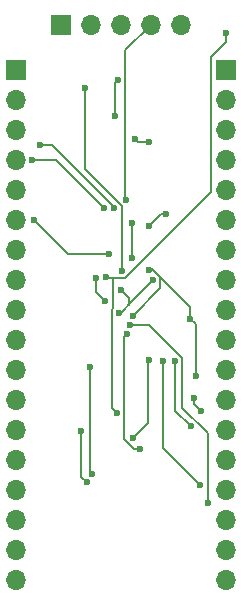
<source format=gbr>
%TF.GenerationSoftware,KiCad,Pcbnew,8.0.2*%
%TF.CreationDate,2024-07-28T15:43:25-06:00*%
%TF.ProjectId,stm32_devboard,73746d33-325f-4646-9576-626f6172642e,rev?*%
%TF.SameCoordinates,Original*%
%TF.FileFunction,Copper,L2,Bot*%
%TF.FilePolarity,Positive*%
%FSLAX46Y46*%
G04 Gerber Fmt 4.6, Leading zero omitted, Abs format (unit mm)*
G04 Created by KiCad (PCBNEW 8.0.2) date 2024-07-28 15:43:25*
%MOMM*%
%LPD*%
G01*
G04 APERTURE LIST*
%TA.AperFunction,ComponentPad*%
%ADD10R,1.700000X1.700000*%
%TD*%
%TA.AperFunction,ComponentPad*%
%ADD11O,1.700000X1.700000*%
%TD*%
%TA.AperFunction,ViaPad*%
%ADD12C,0.600000*%
%TD*%
%TA.AperFunction,Conductor*%
%ADD13C,0.200000*%
%TD*%
G04 APERTURE END LIST*
D10*
%TO.P,Prog1,1,Pin_1*%
%TO.N,GND*%
X135890000Y-73660000D03*
D11*
%TO.P,Prog1,2,Pin_2*%
%TO.N,VPP*%
X138430000Y-73660000D03*
%TO.P,Prog1,3,Pin_3*%
%TO.N,/SWCLK*%
X140970000Y-73660000D03*
%TO.P,Prog1,4,Pin_4*%
%TO.N,/SWDIO*%
X143510000Y-73660000D03*
%TO.P,Prog1,5,Pin_5*%
%TO.N,/NRST*%
X146050000Y-73660000D03*
%TD*%
D10*
%TO.P,GPIO1,1,Pin_1*%
%TO.N,VPP*%
X149860000Y-77470000D03*
D11*
%TO.P,GPIO1,2,Pin_2*%
%TO.N,/PB9*%
X149860000Y-80010000D03*
%TO.P,GPIO1,3,Pin_3*%
%TO.N,/PB8*%
X149860000Y-82550000D03*
%TO.P,GPIO1,4,Pin_4*%
%TO.N,/PB7*%
X149860000Y-85090000D03*
%TO.P,GPIO1,5,Pin_5*%
%TO.N,/PB6*%
X149860000Y-87630000D03*
%TO.P,GPIO1,6,Pin_6*%
%TO.N,/PB5*%
X149860000Y-90170000D03*
%TO.P,GPIO1,7,Pin_7*%
%TO.N,/PB4*%
X149860000Y-92710000D03*
%TO.P,GPIO1,8,Pin_8*%
%TO.N,/PB3*%
X149860000Y-95250000D03*
%TO.P,GPIO1,9,Pin_9*%
%TO.N,/PA15*%
X149860000Y-97790000D03*
%TO.P,GPIO1,10,Pin_10*%
%TO.N,/PA12*%
X149860000Y-100330000D03*
%TO.P,GPIO1,11,Pin_11*%
%TO.N,/PA11*%
X149860000Y-102870000D03*
%TO.P,GPIO1,12,Pin_12*%
%TO.N,/USER_BTN*%
X149860000Y-105410000D03*
%TO.P,GPIO1,13,Pin_13*%
%TO.N,/USER_LED*%
X149860000Y-107950000D03*
%TO.P,GPIO1,14,Pin_14*%
%TO.N,/PA8*%
X149860000Y-110490000D03*
%TO.P,GPIO1,15,Pin_15*%
%TO.N,/PB15*%
X149860000Y-113030000D03*
%TO.P,GPIO1,16,Pin_16*%
%TO.N,/PB14*%
X149860000Y-115570000D03*
%TO.P,GPIO1,17,Pin_17*%
%TO.N,/PB13*%
X149860000Y-118110000D03*
%TO.P,GPIO1,18,Pin_18*%
%TO.N,/PB12*%
X149860000Y-120650000D03*
%TD*%
D10*
%TO.P,GPIO2,1,Pin_1*%
%TO.N,GND*%
X132080000Y-77470000D03*
D11*
%TO.P,GPIO2,2,Pin_2*%
%TO.N,+3.3V*%
X132080000Y-80010000D03*
%TO.P,GPIO2,3,Pin_3*%
%TO.N,/PC13*%
X132080000Y-82550000D03*
%TO.P,GPIO2,4,Pin_4*%
%TO.N,/PC14*%
X132080000Y-85090000D03*
%TO.P,GPIO2,5,Pin_5*%
%TO.N,/PC15*%
X132080000Y-87630000D03*
%TO.P,GPIO2,6,Pin_6*%
%TO.N,/PA0*%
X132080000Y-90170000D03*
%TO.P,GPIO2,7,Pin_7*%
%TO.N,/PA1*%
X132080000Y-92710000D03*
%TO.P,GPIO2,8,Pin_8*%
%TO.N,/PA2*%
X132080000Y-95250000D03*
%TO.P,GPIO2,9,Pin_9*%
%TO.N,/PA3*%
X132080000Y-97790000D03*
%TO.P,GPIO2,10,Pin_10*%
%TO.N,/PA4*%
X132080000Y-100330000D03*
%TO.P,GPIO2,11,Pin_11*%
%TO.N,/PA5*%
X132080000Y-102870000D03*
%TO.P,GPIO2,12,Pin_12*%
%TO.N,/PA6*%
X132080000Y-105410000D03*
%TO.P,GPIO2,13,Pin_13*%
%TO.N,/PA7*%
X132080000Y-107950000D03*
%TO.P,GPIO2,14,Pin_14*%
%TO.N,/PB0*%
X132080000Y-110490000D03*
%TO.P,GPIO2,15,Pin_15*%
%TO.N,/PB1*%
X132080000Y-113030000D03*
%TO.P,GPIO2,16,Pin_16*%
%TO.N,/PB2*%
X132080000Y-115570000D03*
%TO.P,GPIO2,17,Pin_17*%
%TO.N,/PB10*%
X132080000Y-118110000D03*
%TO.P,GPIO2,18,Pin_18*%
%TO.N,/PB11*%
X132080000Y-120650000D03*
%TD*%
D12*
%TO.N,GND*%
X142157000Y-83388200D03*
X143357000Y-83642200D03*
%TO.N,/PB11*%
X138572915Y-111725115D03*
X138353800Y-102666800D03*
%TO.N,/PB10*%
X137642600Y-108102400D03*
X138074400Y-112420400D03*
%TO.N,/NRST*%
X149915965Y-74391435D03*
%TO.N,GND*%
X138910882Y-95127520D03*
X147300681Y-103397319D03*
X140716000Y-78359000D03*
X144830000Y-89706000D03*
X139608000Y-97028000D03*
X143336978Y-90737066D03*
X141986000Y-98298000D03*
X140462000Y-81407000D03*
X146812000Y-98552000D03*
X143369286Y-94474285D03*
%TO.N,+3.3V*%
X141951000Y-90424000D03*
X140970000Y-96139000D03*
X141951000Y-93451076D03*
X143721425Y-95292576D03*
X140808000Y-98044000D03*
%TO.N,/USER_LED*%
X147755015Y-106353015D03*
X141097000Y-94488000D03*
X147160485Y-105250485D03*
X137922000Y-78994000D03*
%TO.N,/PA8*%
X145562923Y-102153000D03*
X146905000Y-107683275D03*
%TO.N,/PB14*%
X148336000Y-114173000D03*
X141732000Y-99060000D03*
%TO.N,/PB13*%
X142586000Y-109601000D03*
X141478000Y-99822000D03*
%TO.N,/PB15*%
X147666000Y-112649000D03*
X144526000Y-102108000D03*
%TO.N,/PB12*%
X143329241Y-102094712D03*
X141986000Y-108667000D03*
%TO.N,/PC15*%
X133604000Y-90170000D03*
X139942301Y-93062844D03*
%TO.N,/PC14*%
X139573721Y-89154721D03*
X133477000Y-85090000D03*
%TO.N,/PC13*%
X134112000Y-83845400D03*
X140373723Y-89153963D03*
%TO.N,/SWDIO*%
X141393409Y-88476591D03*
%TO.N,/NRST*%
X139700000Y-94996000D03*
X140624001Y-106549717D03*
%TD*%
D13*
%TO.N,GND*%
X143369286Y-94474285D02*
X143482571Y-94361000D01*
X143482571Y-94361000D02*
X143638378Y-94361000D01*
%TO.N,+3.3V*%
X141630401Y-97383601D02*
X141630401Y-96799401D01*
X141630401Y-96799401D02*
X140970000Y-96139000D01*
%TO.N,/NRST*%
X140208000Y-95088000D02*
X140309600Y-95189600D01*
X140309600Y-95189600D02*
X140309600Y-97693871D01*
X140208000Y-106133716D02*
X140624001Y-106549717D01*
X140309600Y-97693871D02*
X140208000Y-97795471D01*
X140208000Y-97795471D02*
X140208000Y-106133716D01*
X148590000Y-87843529D02*
X141345529Y-95088000D01*
X149915965Y-74391435D02*
X149915965Y-75114035D01*
X149915965Y-75114035D02*
X148590000Y-76440000D01*
X148590000Y-76440000D02*
X148590000Y-87843529D01*
X141345529Y-95088000D02*
X140208000Y-95088000D01*
%TO.N,/PC13*%
X140373723Y-89106194D02*
X140373723Y-89153963D01*
X134112000Y-83845400D02*
X135112929Y-83845400D01*
X135112929Y-83845400D02*
X140373723Y-89106194D01*
%TO.N,GND*%
X143357000Y-83642200D02*
X142411000Y-83642200D01*
X142411000Y-83642200D02*
X142157000Y-83388200D01*
%TO.N,/PB11*%
X138353800Y-111480600D02*
X138353800Y-111506000D01*
X138353800Y-111506000D02*
X138572915Y-111725115D01*
X138353800Y-102666800D02*
X138353800Y-111480600D01*
%TO.N,/PB10*%
X137642600Y-111988600D02*
X138074400Y-112420400D01*
X137642600Y-108102400D02*
X137642600Y-111988600D01*
%TO.N,/PC14*%
X133477000Y-85090000D02*
X135509000Y-85090000D01*
X135509000Y-85090000D02*
X139573721Y-89154721D01*
%TO.N,/SWDIO*%
X141393409Y-88476591D02*
X141351000Y-88434182D01*
X141351000Y-88434182D02*
X141351000Y-75819000D01*
X141351000Y-75819000D02*
X143510000Y-73660000D01*
%TO.N,GND*%
X140462000Y-78613000D02*
X140716000Y-78359000D01*
X146812000Y-98552000D02*
X146812000Y-97534622D01*
X139608000Y-97028000D02*
X138910882Y-96330882D01*
X138910882Y-96330882D02*
X138910882Y-95127520D01*
X144830000Y-89706000D02*
X144368044Y-89706000D01*
X144321425Y-95044047D02*
X143638378Y-94361000D01*
X147300681Y-99040681D02*
X146812000Y-98552000D01*
X144368044Y-89706000D02*
X143336978Y-90737066D01*
X146812000Y-97534622D02*
X143638378Y-94361000D01*
X140462000Y-81407000D02*
X140462000Y-78613000D01*
X147300681Y-103397319D02*
X147300681Y-99040681D01*
X144321425Y-95962575D02*
X144321425Y-95044047D01*
X141986000Y-98298000D02*
X144321425Y-95962575D01*
%TO.N,+3.3V*%
X141922501Y-97091501D02*
X140970001Y-98044000D01*
X141951000Y-90424000D02*
X141951000Y-93451076D01*
X143721425Y-95292576D02*
X141922501Y-97091501D01*
X140970001Y-98044000D02*
X140808000Y-98044000D01*
%TO.N,/USER_LED*%
X147160485Y-105758485D02*
X147755015Y-106353015D01*
X141097000Y-89028711D02*
X141097000Y-94488000D01*
X137922000Y-85853711D02*
X141097000Y-89028711D01*
X147160485Y-105250485D02*
X147160485Y-105758485D01*
X137922000Y-78994000D02*
X137922000Y-85853711D01*
%TO.N,/PA8*%
X145562923Y-102153000D02*
X145562923Y-106341198D01*
X145562923Y-106341198D02*
X146905000Y-107683275D01*
%TO.N,/PB14*%
X143318452Y-99060000D02*
X146162923Y-101904471D01*
X141732000Y-99060000D02*
X143318452Y-99060000D01*
X146162923Y-106092669D02*
X148336000Y-108265746D01*
X148336000Y-108265746D02*
X148336000Y-114173000D01*
X146162923Y-101904471D02*
X146162923Y-106092669D01*
%TO.N,/PB13*%
X141478000Y-99822000D02*
X141224000Y-100076000D01*
X141224000Y-100076000D02*
X141224000Y-108753529D01*
X141224000Y-108753529D02*
X142071471Y-109601000D01*
X142071471Y-109601000D02*
X142586000Y-109601000D01*
%TO.N,/PB15*%
X144526000Y-109509000D02*
X147666000Y-112649000D01*
X144526000Y-102108000D02*
X144526000Y-109509000D01*
%TO.N,/PB12*%
X143256000Y-107397000D02*
X141986000Y-108667000D01*
X143329241Y-102094712D02*
X143256000Y-102167953D01*
X143256000Y-102167953D02*
X143256000Y-107397000D01*
%TO.N,/PC15*%
X139942301Y-93062844D02*
X136496844Y-93062844D01*
X136496844Y-93062844D02*
X133604000Y-90170000D01*
%TO.N,/NRST*%
X139700000Y-94996000D02*
X139792000Y-95088000D01*
X139792000Y-95088000D02*
X140208000Y-95088000D01*
%TD*%
M02*

</source>
